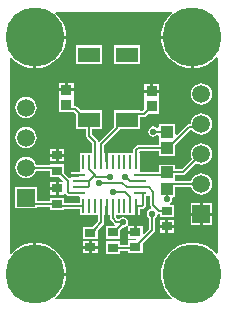
<source format=gtl>
G04*
G04 #@! TF.GenerationSoftware,Altium Limited,Altium Designer,20.1.12 (249)*
G04*
G04 Layer_Physical_Order=1*
G04 Layer_Color=255*
%FSLAX25Y25*%
%MOIN*%
G70*
G04*
G04 #@! TF.SameCoordinates,99628C8E-7468-4988-8CC2-48D13434FF55*
G04*
G04*
G04 #@! TF.FilePolarity,Positive*
G04*
G01*
G75*
%ADD14R,0.04464X0.00984*%
%ADD15R,0.00984X0.04858*%
%ADD16R,0.03543X0.02953*%
%ADD17R,0.04331X0.03937*%
%ADD18R,0.03347X0.02953*%
%ADD19R,0.07480X0.05118*%
%ADD20R,0.03740X0.03740*%
%ADD29C,0.00800*%
%ADD30C,0.19685*%
%ADD31C,0.05906*%
%ADD32R,0.05906X0.05906*%
%ADD33C,0.02200*%
G36*
X55790Y97001D02*
X55093Y96407D01*
X54026Y95157D01*
X53167Y93756D01*
X52538Y92237D01*
X52154Y90639D01*
X52065Y89500D01*
X62500D01*
Y89000D01*
X63000D01*
Y78565D01*
X64139Y78654D01*
X65737Y79038D01*
X67256Y79667D01*
X68657Y80526D01*
X69907Y81593D01*
X70502Y82289D01*
X70971Y82117D01*
Y16883D01*
X70502Y16711D01*
X69907Y17407D01*
X68657Y18474D01*
X67256Y19333D01*
X65737Y19962D01*
X64139Y20346D01*
X62500Y20475D01*
X60861Y20346D01*
X59263Y19962D01*
X57744Y19333D01*
X56343Y18474D01*
X55093Y17407D01*
X54026Y16157D01*
X53167Y14755D01*
X52538Y13237D01*
X52154Y11639D01*
X52025Y10000D01*
X52154Y8361D01*
X52538Y6763D01*
X53167Y5244D01*
X54026Y3843D01*
X55093Y2593D01*
X55790Y1998D01*
X55616Y1529D01*
X16883D01*
X16711Y1998D01*
X17407Y2593D01*
X18474Y3843D01*
X19333Y5244D01*
X19962Y6763D01*
X20346Y8361D01*
X20436Y9500D01*
X10000D01*
Y10000D01*
X9500D01*
Y20436D01*
X8361Y20346D01*
X6763Y19962D01*
X5244Y19333D01*
X3843Y18474D01*
X2593Y17407D01*
X1998Y16711D01*
X1529Y16883D01*
Y82117D01*
X1998Y82289D01*
X2593Y81593D01*
X3843Y80526D01*
X5244Y79667D01*
X6763Y79038D01*
X8361Y78654D01*
X9500Y78565D01*
Y89000D01*
X10000D01*
Y89500D01*
X20436D01*
X20346Y90639D01*
X19962Y92237D01*
X19333Y93756D01*
X18474Y95157D01*
X17407Y96407D01*
X16711Y97001D01*
X16883Y97471D01*
X55616D01*
X55790Y97001D01*
D02*
G37*
%LPC*%
G36*
X45080Y86190D02*
X36400D01*
Y79872D01*
X45080D01*
Y86190D01*
D02*
G37*
G36*
X32482D02*
X23802D01*
Y79872D01*
X32482D01*
Y86190D01*
D02*
G37*
G36*
X62000Y88500D02*
X52065D01*
X52154Y87361D01*
X52538Y85763D01*
X53167Y84245D01*
X54026Y82843D01*
X55093Y81593D01*
X56343Y80526D01*
X57744Y79667D01*
X59263Y79038D01*
X60861Y78654D01*
X62000Y78565D01*
Y88500D01*
D02*
G37*
G36*
X20436D02*
X10500D01*
Y78565D01*
X11639Y78654D01*
X13237Y79038D01*
X14755Y79667D01*
X16157Y80526D01*
X17407Y81593D01*
X18474Y82843D01*
X19333Y84245D01*
X19962Y85763D01*
X20346Y87361D01*
X20436Y88500D01*
D02*
G37*
G36*
X22911Y73852D02*
X20941D01*
Y71882D01*
X22911D01*
Y73852D01*
D02*
G37*
G36*
X19941D02*
X17971D01*
Y71882D01*
X19941D01*
Y73852D01*
D02*
G37*
G36*
X51411Y73352D02*
X49441D01*
Y71382D01*
X51411D01*
Y73352D01*
D02*
G37*
G36*
X48441D02*
X46471D01*
Y71382D01*
X48441D01*
Y73352D01*
D02*
G37*
G36*
X65500Y73583D02*
X64573Y73461D01*
X63708Y73103D01*
X62966Y72534D01*
X62397Y71792D01*
X62039Y70927D01*
X61917Y70000D01*
X62039Y69073D01*
X62397Y68208D01*
X62966Y67466D01*
X63708Y66897D01*
X64573Y66539D01*
X65500Y66417D01*
X66427Y66539D01*
X67292Y66897D01*
X68034Y67466D01*
X68603Y68208D01*
X68961Y69073D01*
X69083Y70000D01*
X68961Y70927D01*
X68603Y71792D01*
X68034Y72534D01*
X67292Y73103D01*
X66427Y73461D01*
X65500Y73583D01*
D02*
G37*
G36*
X7000Y69083D02*
X6072Y68961D01*
X5208Y68603D01*
X4466Y68034D01*
X3897Y67292D01*
X3539Y66427D01*
X3417Y65500D01*
X3539Y64573D01*
X3897Y63708D01*
X4466Y62966D01*
X5208Y62397D01*
X6072Y62039D01*
X7000Y61917D01*
X7927Y62039D01*
X8792Y62397D01*
X9534Y62966D01*
X10103Y63708D01*
X10461Y64573D01*
X10583Y65500D01*
X10461Y66427D01*
X10103Y67292D01*
X9534Y68034D01*
X8792Y68603D01*
X7927Y68961D01*
X7000Y69083D01*
D02*
G37*
G36*
X22911Y70882D02*
X17971D01*
Y68912D01*
Y63990D01*
X21813D01*
X21911Y63971D01*
X22926D01*
X23802Y63095D01*
Y58219D01*
X27122D01*
Y56004D01*
X27200Y55614D01*
X27421Y55283D01*
X28984Y53719D01*
Y50233D01*
X24975D01*
Y44176D01*
X24548Y43998D01*
X21889D01*
Y43406D01*
X24721D01*
Y42406D01*
X21889D01*
Y42181D01*
X21389Y41974D01*
X19714Y43649D01*
Y46557D01*
X15168D01*
Y46520D01*
X10423D01*
X10103Y47292D01*
X9534Y48034D01*
X8792Y48603D01*
X7927Y48961D01*
X7000Y49083D01*
X6072Y48961D01*
X5208Y48603D01*
X4466Y48034D01*
X3897Y47292D01*
X3539Y46427D01*
X3417Y45500D01*
X3539Y44573D01*
X3897Y43708D01*
X4466Y42966D01*
X5208Y42397D01*
X6072Y42039D01*
X7000Y41917D01*
X7927Y42039D01*
X8792Y42397D01*
X9534Y42966D01*
X10103Y43708D01*
X10423Y44480D01*
X15168D01*
Y42404D01*
X18075D01*
X19364Y41116D01*
X19157Y40616D01*
X17941D01*
Y38539D01*
Y36463D01*
X19714D01*
Y36693D01*
X20214Y36845D01*
X20279Y36748D01*
X20748Y36279D01*
X21079Y36058D01*
X21469Y35981D01*
X21889D01*
Y35908D01*
X24548D01*
X24975Y35730D01*
Y33721D01*
X19714D01*
Y35498D01*
X15168D01*
Y34441D01*
X10553D01*
Y39053D01*
X3447D01*
Y31947D01*
X10553D01*
Y32402D01*
X15168D01*
Y31345D01*
X19714D01*
Y31682D01*
X24975D01*
Y29673D01*
X30953D01*
Y27619D01*
X29151Y25817D01*
X29140Y25801D01*
X26128D01*
Y21648D01*
X30872D01*
Y24654D01*
X32693Y26476D01*
X32914Y26807D01*
X32992Y27197D01*
Y29673D01*
X33441D01*
Y32702D01*
X34441D01*
Y29673D01*
X34890D01*
Y28591D01*
X34967Y28200D01*
X35188Y27870D01*
X36331Y26728D01*
X36644Y26518D01*
X36663Y26503D01*
X36666Y26494D01*
X36436Y25998D01*
X33727D01*
Y21845D01*
X38273D01*
Y24556D01*
X39224Y25506D01*
X39352Y25480D01*
X40015Y25612D01*
X40527Y25955D01*
X40606Y25986D01*
X41027Y25949D01*
X41128Y25693D01*
X41128Y25447D01*
X41128Y25447D01*
X41128Y25446D01*
Y24362D01*
X43000D01*
Y25939D01*
X41583Y25939D01*
X41142Y25942D01*
X41100Y25983D01*
X41023Y26173D01*
X40955Y26384D01*
X40953Y26550D01*
X40982Y26698D01*
X41085Y27214D01*
X40953Y27877D01*
X40577Y28439D01*
X40015Y28815D01*
X39352Y28947D01*
X38688Y28815D01*
X38169Y28468D01*
X37474D01*
X36929Y29013D01*
Y29673D01*
X43284D01*
Y32702D01*
X44284D01*
Y29673D01*
X44876D01*
Y31682D01*
X45531D01*
X45922Y31760D01*
X46252Y31980D01*
X46721Y32449D01*
X46942Y32780D01*
X47020Y33170D01*
Y35908D01*
X47961D01*
Y36315D01*
X48461Y36582D01*
X48480Y36570D01*
Y32921D01*
X48558Y32531D01*
X48779Y32200D01*
X48780Y32199D01*
X48615Y31657D01*
X48337Y31601D01*
X47774Y31226D01*
X47399Y30663D01*
X47267Y30000D01*
X47399Y29337D01*
X47774Y28774D01*
X47980Y28637D01*
Y25060D01*
X46334Y23413D01*
X45872Y23605D01*
Y25939D01*
X44000D01*
Y23862D01*
X43500D01*
Y23362D01*
X41128D01*
Y21786D01*
X43529D01*
X43796Y21286D01*
X43748Y21214D01*
X41128D01*
Y19823D01*
X38273D01*
Y20879D01*
X33727D01*
Y16727D01*
X38273D01*
Y17784D01*
X41128D01*
Y17061D01*
X45872D01*
Y20067D01*
X49721Y23917D01*
X49942Y24248D01*
X50020Y24638D01*
Y28637D01*
X50226Y28774D01*
X50601Y29337D01*
X50672Y29690D01*
X51014Y30004D01*
X51206Y30007D01*
X51441Y29961D01*
X51727D01*
Y28904D01*
X56273D01*
Y33057D01*
X55169D01*
X55018Y33557D01*
X55226Y33696D01*
X55601Y34258D01*
X55733Y34921D01*
X55650Y35341D01*
X55986Y35841D01*
X56765D01*
Y38958D01*
X62086D01*
X62397Y38208D01*
X62966Y37466D01*
X63708Y36897D01*
X64573Y36539D01*
X65500Y36417D01*
X66427Y36539D01*
X67292Y36897D01*
X68034Y37466D01*
X68603Y38208D01*
X68961Y39073D01*
X69083Y40000D01*
X68961Y40927D01*
X68603Y41792D01*
X68034Y42534D01*
X67292Y43103D01*
X66427Y43461D01*
X65500Y43583D01*
X64573Y43461D01*
X63708Y43103D01*
X62966Y42534D01*
X62397Y41792D01*
X62068Y40997D01*
X57115D01*
X56765Y41353D01*
X56765Y41498D01*
Y42902D01*
X59421D01*
X59811Y42979D01*
X60142Y43200D01*
X63800Y46859D01*
X64573Y46539D01*
X65500Y46417D01*
X66427Y46539D01*
X67292Y46897D01*
X68034Y47466D01*
X68603Y48208D01*
X68961Y49073D01*
X69083Y50000D01*
X68961Y50927D01*
X68603Y51792D01*
X68034Y52534D01*
X67292Y53103D01*
X66427Y53461D01*
X65500Y53583D01*
X64573Y53461D01*
X63708Y53103D01*
X62966Y52534D01*
X62397Y51792D01*
X62039Y50927D01*
X61917Y50000D01*
X62039Y49073D01*
X62358Y48300D01*
X58999Y44941D01*
X56765D01*
Y46490D01*
X51235D01*
Y43925D01*
X47961D01*
Y43998D01*
X45302D01*
X44876Y44176D01*
Y50233D01*
X44803D01*
Y50782D01*
X44922Y50902D01*
X51235D01*
Y49353D01*
X56765D01*
Y53048D01*
X61770Y58052D01*
X62517D01*
X62966Y57466D01*
X63708Y56897D01*
X64573Y56539D01*
X65500Y56417D01*
X66427Y56539D01*
X67292Y56897D01*
X68034Y57466D01*
X68603Y58208D01*
X68961Y59073D01*
X69083Y60000D01*
X68961Y60927D01*
X68603Y61792D01*
X68034Y62534D01*
X67292Y63103D01*
X66427Y63461D01*
X65500Y63583D01*
X64573Y63461D01*
X63708Y63103D01*
X62966Y62534D01*
X62397Y61792D01*
X62039Y60927D01*
X61929Y60091D01*
X61347D01*
X60957Y60014D01*
X60626Y59793D01*
X57227Y56394D01*
X56765Y56585D01*
Y60002D01*
X51235D01*
Y58864D01*
X50735Y58712D01*
X50726Y58726D01*
X50163Y59101D01*
X49500Y59233D01*
X48837Y59101D01*
X48274Y58726D01*
X47899Y58163D01*
X47767Y57500D01*
X47899Y56837D01*
X48274Y56274D01*
X48837Y55899D01*
X49500Y55767D01*
X50163Y55899D01*
X50726Y56274D01*
X50735Y56288D01*
X51235Y56136D01*
Y54865D01*
X51235Y54865D01*
Y54490D01*
X51235D01*
X51235Y54365D01*
Y52941D01*
X44500D01*
X44110Y52863D01*
X43779Y52642D01*
X43062Y51926D01*
X42842Y51595D01*
X42764Y51205D01*
Y50233D01*
X34441D01*
Y47205D01*
X33441D01*
Y50233D01*
X32992D01*
Y52778D01*
X38121Y57907D01*
X38329Y58219D01*
X45080D01*
Y62340D01*
X46339D01*
X46730Y62417D01*
X47060Y62638D01*
X47913Y63490D01*
X51411D01*
Y68412D01*
Y70382D01*
X46471D01*
Y68412D01*
Y64933D01*
X45917Y64379D01*
X45080D01*
Y64537D01*
X36400D01*
Y59317D01*
X36380Y59219D01*
Y59051D01*
X31508Y54179D01*
X31483Y54177D01*
X30981Y54358D01*
X30946Y54532D01*
X30725Y54863D01*
X29161Y56426D01*
Y58219D01*
X32482D01*
Y64537D01*
X25243D01*
X24069Y65711D01*
X23738Y65933D01*
X23348Y66010D01*
X22911D01*
Y68912D01*
Y70882D01*
D02*
G37*
G36*
X7000Y59083D02*
X6072Y58961D01*
X5208Y58603D01*
X4466Y58034D01*
X3897Y57292D01*
X3539Y56427D01*
X3417Y55500D01*
X3539Y54573D01*
X3897Y53708D01*
X4466Y52966D01*
X5208Y52397D01*
X6072Y52039D01*
X7000Y51917D01*
X7927Y52039D01*
X8792Y52397D01*
X9534Y52966D01*
X10103Y53708D01*
X10461Y54573D01*
X10583Y55500D01*
X10461Y56427D01*
X10103Y57292D01*
X9534Y58034D01*
X8792Y58603D01*
X7927Y58961D01*
X7000Y59083D01*
D02*
G37*
G36*
X19714Y51675D02*
X17941D01*
Y50098D01*
X19714D01*
Y51675D01*
D02*
G37*
G36*
X16941D02*
X15168D01*
Y50098D01*
X16941D01*
Y51675D01*
D02*
G37*
G36*
X19714Y49098D02*
X17941D01*
Y47522D01*
X19714D01*
Y49098D01*
D02*
G37*
G36*
X16941D02*
X15168D01*
Y47522D01*
X16941D01*
Y49098D01*
D02*
G37*
G36*
Y40616D02*
X15168D01*
Y39039D01*
X16941D01*
Y40616D01*
D02*
G37*
G36*
Y38039D02*
X15168D01*
Y36463D01*
X16941D01*
Y38039D01*
D02*
G37*
G36*
X69053Y33553D02*
X66000D01*
Y30500D01*
X69053D01*
Y33553D01*
D02*
G37*
G36*
X65000D02*
X61947D01*
Y30500D01*
X65000D01*
Y33553D01*
D02*
G37*
G36*
X69053Y29500D02*
X66000D01*
Y26447D01*
X69053D01*
Y29500D01*
D02*
G37*
G36*
X65000D02*
X61947D01*
Y26447D01*
X65000D01*
Y29500D01*
D02*
G37*
G36*
X56273Y27939D02*
X54500D01*
Y26362D01*
X56273D01*
Y27939D01*
D02*
G37*
G36*
X53500D02*
X51727D01*
Y26362D01*
X53500D01*
Y27939D01*
D02*
G37*
G36*
X56273Y25362D02*
X54500D01*
Y23786D01*
X56273D01*
Y25362D01*
D02*
G37*
G36*
X53500D02*
X51727D01*
Y23786D01*
X53500D01*
Y25362D01*
D02*
G37*
G36*
X30872Y21076D02*
X29000D01*
Y19500D01*
X30872D01*
Y21076D01*
D02*
G37*
G36*
X28000D02*
X26128D01*
Y19500D01*
X28000D01*
Y21076D01*
D02*
G37*
G36*
X30872Y18500D02*
X29000D01*
Y16924D01*
X30872D01*
Y18500D01*
D02*
G37*
G36*
X28000D02*
X26128D01*
Y16924D01*
X28000D01*
Y18500D01*
D02*
G37*
G36*
X10500Y20436D02*
Y10500D01*
X20436D01*
X20346Y11639D01*
X19962Y13237D01*
X19333Y14755D01*
X18474Y16157D01*
X17407Y17407D01*
X16157Y18474D01*
X14755Y19333D01*
X13237Y19962D01*
X11639Y20346D01*
X10500Y20436D01*
D02*
G37*
%LPD*%
D14*
X45129Y37000D02*
D03*
Y38969D02*
D03*
Y40937D02*
D03*
Y42906D02*
D03*
X24721D02*
D03*
Y40937D02*
D03*
Y38969D02*
D03*
Y37000D02*
D03*
D15*
X43784Y47205D02*
D03*
X41815D02*
D03*
X39846D02*
D03*
X37878D02*
D03*
X35909D02*
D03*
X33941D02*
D03*
X31972D02*
D03*
X30004D02*
D03*
X28035D02*
D03*
X26067D02*
D03*
X43784Y32702D02*
D03*
X41815D02*
D03*
X39846D02*
D03*
X37878D02*
D03*
X35909D02*
D03*
X33941D02*
D03*
X31972D02*
D03*
X30004D02*
D03*
X28035D02*
D03*
X26067D02*
D03*
D16*
X43500Y23862D02*
D03*
Y19138D02*
D03*
X28500Y19000D02*
D03*
Y23724D02*
D03*
D17*
X54000Y51921D02*
D03*
Y57433D02*
D03*
Y43921D02*
D03*
Y38409D02*
D03*
D18*
X36000Y23921D02*
D03*
Y18803D02*
D03*
X54000Y25862D02*
D03*
Y30980D02*
D03*
X17441Y38539D02*
D03*
Y33421D02*
D03*
Y49598D02*
D03*
Y44480D02*
D03*
D19*
X28142Y61378D02*
D03*
X40740D02*
D03*
X28142Y83031D02*
D03*
X40740D02*
D03*
D20*
X20441Y71382D02*
D03*
Y66461D02*
D03*
X48941Y70882D02*
D03*
Y65961D02*
D03*
D29*
X41698Y40937D02*
X45129D01*
X40406Y42229D02*
X41698Y40937D01*
X40133Y42229D02*
X40406D01*
X30515Y42500D02*
X35000D01*
X30015Y43000D02*
X30515Y42500D01*
X52985Y42906D02*
X54000Y43921D01*
X45129Y42906D02*
X52985D01*
X53933Y57500D02*
X54000Y57433D01*
X49500Y57500D02*
X53933D01*
X45908Y37000D02*
X46000Y36908D01*
X43784Y32702D02*
X45531D01*
X45129Y37000D02*
X45908D01*
X46000Y33170D02*
Y36908D01*
X45531Y32702D02*
X46000Y33170D01*
X49000Y24638D02*
Y30000D01*
X31500Y40500D02*
X39128D01*
X36000Y37500D02*
X40000D01*
X39128Y40500D02*
X40628Y39000D01*
X45129Y38877D02*
X48076D01*
X45098Y39000D02*
X45129Y38969D01*
X40628Y39000D02*
X45098D01*
X54000Y43921D02*
X59421D01*
X65500Y50000D01*
X54000Y51921D02*
X54197D01*
X61347Y59072D01*
X64572D01*
X65500Y60000D01*
X54000Y38409D02*
X55568Y39978D01*
X65478D01*
X65500Y40000D01*
X43500Y19138D02*
X49000Y24638D01*
X49500Y32921D02*
Y37453D01*
Y32921D02*
X51441Y30980D01*
X36000Y18803D02*
X43165D01*
X43500Y19138D01*
X9079Y33421D02*
X17441D01*
X7000Y35500D02*
X9079Y33421D01*
X16421Y45500D02*
X17441Y44480D01*
X7000Y45500D02*
X16421D01*
X27952Y39437D02*
Y40937D01*
X24721Y38969D02*
X24813Y39061D01*
X27576D01*
X27952Y39437D01*
X24721Y40937D02*
X27952D01*
X30015Y43000D01*
X28128Y44887D02*
Y47113D01*
Y44887D02*
X30015Y43000D01*
X28035Y47205D02*
X28128Y47113D01*
X18714Y43207D02*
Y43404D01*
X21000Y37469D02*
Y40921D01*
X18714Y43207D02*
X21000Y40921D01*
X24701Y36980D02*
X24721Y37000D01*
X17638Y44480D02*
X18714Y43404D01*
X40000Y37500D02*
X41723Y35777D01*
Y32794D02*
Y35777D01*
Y32794D02*
X41815Y32702D01*
X36000Y23921D02*
X36197D01*
X39352Y27076D01*
Y27214D01*
X35909Y28591D02*
Y32702D01*
X39117Y27448D02*
X39352Y27214D01*
X37052Y27448D02*
X39117D01*
X35909Y28591D02*
X37052Y27448D01*
X31880Y32609D02*
X31972Y32517D01*
X28500Y23724D02*
X28795D01*
X29872Y24801D01*
Y25096D01*
X31972Y27197D01*
Y32517D01*
X31880Y32609D02*
X31972Y32702D01*
X18161D02*
X26067D01*
X17441Y33421D02*
X18161Y32702D01*
X53803Y31980D02*
X54000D01*
X48076Y38877D02*
X49500Y37453D01*
X51441Y30980D02*
X54000D01*
Y34921D02*
Y38409D01*
X21469Y37000D02*
X24721D01*
X21000Y37469D02*
X21469Y37000D01*
X17441Y44480D02*
X17638D01*
X44500Y51921D02*
X54000D01*
X43784Y47205D02*
Y51205D01*
X44500Y51921D01*
X39559Y61378D02*
X40740D01*
X37400Y59219D02*
X39559Y61378D01*
X37400Y58628D02*
Y59219D01*
X31972Y53201D02*
X37400Y58628D01*
X31972Y47205D02*
Y53201D01*
X40740Y61378D02*
X42721Y63359D01*
X46339D01*
X48941Y65961D01*
X26961Y61378D02*
X28142D01*
X23348Y64991D02*
X26961Y61378D01*
X21911Y64991D02*
X23348D01*
X20441Y66461D02*
X21911Y64991D01*
X53000Y44921D02*
X53201Y44720D01*
X25975Y32609D02*
X26067Y32702D01*
X28142Y56004D02*
Y61378D01*
X30004Y47205D02*
Y54142D01*
X28142Y56004D02*
X30004Y54142D01*
D30*
X10000Y10000D02*
D03*
Y89000D02*
D03*
X62500D02*
D03*
Y10000D02*
D03*
D31*
X65500Y70000D02*
D03*
Y60000D02*
D03*
Y50000D02*
D03*
Y40000D02*
D03*
X7000Y65500D02*
D03*
Y55500D02*
D03*
Y45500D02*
D03*
D32*
X65500Y30000D02*
D03*
X7000Y35500D02*
D03*
D33*
X40133Y42229D02*
D03*
X35000Y42500D02*
D03*
X49500Y57500D02*
D03*
X49000Y30000D02*
D03*
X31500Y40500D02*
D03*
X36000Y37500D02*
D03*
X39352Y27214D02*
D03*
X54000Y34921D02*
D03*
M02*

</source>
